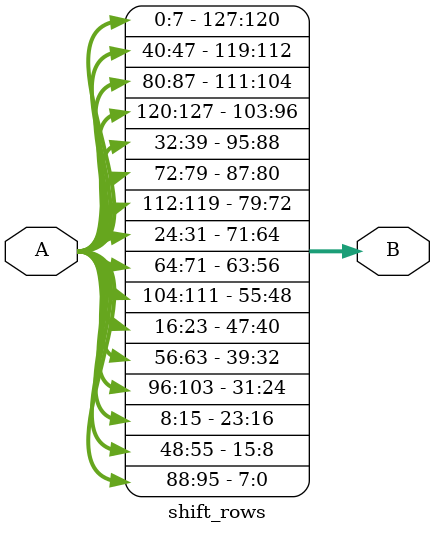
<source format=v>
module shift_rows(input [0:127] A, output [0:127] B);


assign B[0:7]   = A[0:7];//0 

assign B[8:15] = A[40:47];//1

assign B[16:23] = A[80:87];//2

assign B[24:31] = A[120:127];//3

assign B[32:39] = A[32:39];//4

assign B[40:47] = A[72:79];//5

assign B[48:55] = A[112:119];//6

assign B[56:63] = A[24:31];//7

assign B[64:71] = A[64:71];//8

assign B[72:79] = A[104:111];//9

assign B[80:87] = A[16:23];//10

assign B[88:95] = A[56:63];//11

assign B[96:103] = A[96:103];//12

assign B[104:111] = A[8:15];//13

assign B[112:119] = A[48:55];//14

assign B[120:127] = A[88:95];//15

endmodule

</source>
